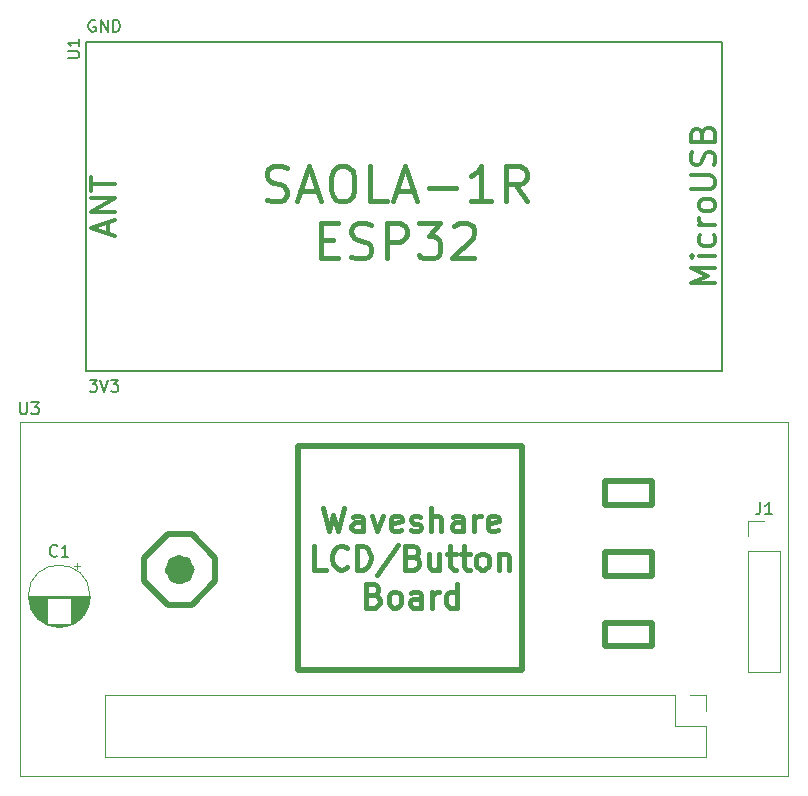
<source format=gbr>
%TF.GenerationSoftware,KiCad,Pcbnew,6.0.8-f2edbf62ab~116~ubuntu20.04.1*%
%TF.CreationDate,2022-10-24T22:15:29-06:00*%
%TF.ProjectId,seedsigner-esp32-dev-board,73656564-7369-4676-9e65-722d65737033,rev?*%
%TF.SameCoordinates,Original*%
%TF.FileFunction,Legend,Top*%
%TF.FilePolarity,Positive*%
%FSLAX46Y46*%
G04 Gerber Fmt 4.6, Leading zero omitted, Abs format (unit mm)*
G04 Created by KiCad (PCBNEW 6.0.8-f2edbf62ab~116~ubuntu20.04.1) date 2022-10-24 22:15:29*
%MOMM*%
%LPD*%
G01*
G04 APERTURE LIST*
%ADD10C,0.300000*%
%ADD11C,0.400000*%
%ADD12C,0.150000*%
%ADD13C,1.250000*%
%ADD14C,0.500000*%
%ADD15C,0.120000*%
%ADD16C,0.127000*%
G04 APERTURE END LIST*
D10*
X10493333Y48514285D02*
X10493333Y49466666D01*
X11064761Y48323809D02*
X9064761Y48990476D01*
X11064761Y49657142D01*
X11064761Y50323809D02*
X9064761Y50323809D01*
X11064761Y51466666D01*
X9064761Y51466666D01*
X9064761Y52133333D02*
X9064761Y53276190D01*
X11064761Y52704761D02*
X9064761Y52704761D01*
X61864761Y44276190D02*
X59864761Y44276190D01*
X61293333Y44942857D01*
X59864761Y45609523D01*
X61864761Y45609523D01*
X61864761Y46561904D02*
X60531428Y46561904D01*
X59864761Y46561904D02*
X59960000Y46466666D01*
X60055238Y46561904D01*
X59960000Y46657142D01*
X59864761Y46561904D01*
X60055238Y46561904D01*
X61769523Y48371428D02*
X61864761Y48180952D01*
X61864761Y47800000D01*
X61769523Y47609523D01*
X61674285Y47514285D01*
X61483809Y47419047D01*
X60912380Y47419047D01*
X60721904Y47514285D01*
X60626666Y47609523D01*
X60531428Y47800000D01*
X60531428Y48180952D01*
X60626666Y48371428D01*
X61864761Y49228571D02*
X60531428Y49228571D01*
X60912380Y49228571D02*
X60721904Y49323809D01*
X60626666Y49419047D01*
X60531428Y49609523D01*
X60531428Y49800000D01*
X61864761Y50752380D02*
X61769523Y50561904D01*
X61674285Y50466666D01*
X61483809Y50371428D01*
X60912380Y50371428D01*
X60721904Y50466666D01*
X60626666Y50561904D01*
X60531428Y50752380D01*
X60531428Y51038095D01*
X60626666Y51228571D01*
X60721904Y51323809D01*
X60912380Y51419047D01*
X61483809Y51419047D01*
X61674285Y51323809D01*
X61769523Y51228571D01*
X61864761Y51038095D01*
X61864761Y50752380D01*
X59864761Y52276190D02*
X61483809Y52276190D01*
X61674285Y52371428D01*
X61769523Y52466666D01*
X61864761Y52657142D01*
X61864761Y53038095D01*
X61769523Y53228571D01*
X61674285Y53323809D01*
X61483809Y53419047D01*
X59864761Y53419047D01*
X61769523Y54276190D02*
X61864761Y54561904D01*
X61864761Y55038095D01*
X61769523Y55228571D01*
X61674285Y55323809D01*
X61483809Y55419047D01*
X61293333Y55419047D01*
X61102857Y55323809D01*
X61007619Y55228571D01*
X60912380Y55038095D01*
X60817142Y54657142D01*
X60721904Y54466666D01*
X60626666Y54371428D01*
X60436190Y54276190D01*
X60245714Y54276190D01*
X60055238Y54371428D01*
X59960000Y54466666D01*
X59864761Y54657142D01*
X59864761Y55133333D01*
X59960000Y55419047D01*
X60817142Y56942857D02*
X60912380Y57228571D01*
X61007619Y57323809D01*
X61198095Y57419047D01*
X61483809Y57419047D01*
X61674285Y57323809D01*
X61769523Y57228571D01*
X61864761Y57038095D01*
X61864761Y56276190D01*
X59864761Y56276190D01*
X59864761Y56942857D01*
X59960000Y57133333D01*
X60055238Y57228571D01*
X60245714Y57323809D01*
X60436190Y57323809D01*
X60626666Y57228571D01*
X60721904Y57133333D01*
X60817142Y56942857D01*
X60817142Y56276190D01*
D11*
X23925000Y51365714D02*
X24353571Y51222857D01*
X25067857Y51222857D01*
X25353571Y51365714D01*
X25496428Y51508571D01*
X25639285Y51794285D01*
X25639285Y52080000D01*
X25496428Y52365714D01*
X25353571Y52508571D01*
X25067857Y52651428D01*
X24496428Y52794285D01*
X24210714Y52937142D01*
X24067857Y53080000D01*
X23925000Y53365714D01*
X23925000Y53651428D01*
X24067857Y53937142D01*
X24210714Y54080000D01*
X24496428Y54222857D01*
X25210714Y54222857D01*
X25639285Y54080000D01*
X26782142Y52080000D02*
X28210714Y52080000D01*
X26496428Y51222857D02*
X27496428Y54222857D01*
X28496428Y51222857D01*
X30067857Y54222857D02*
X30639285Y54222857D01*
X30925000Y54080000D01*
X31210714Y53794285D01*
X31353571Y53222857D01*
X31353571Y52222857D01*
X31210714Y51651428D01*
X30925000Y51365714D01*
X30639285Y51222857D01*
X30067857Y51222857D01*
X29782142Y51365714D01*
X29496428Y51651428D01*
X29353571Y52222857D01*
X29353571Y53222857D01*
X29496428Y53794285D01*
X29782142Y54080000D01*
X30067857Y54222857D01*
X34067857Y51222857D02*
X32639285Y51222857D01*
X32639285Y54222857D01*
X34925000Y52080000D02*
X36353571Y52080000D01*
X34639285Y51222857D02*
X35639285Y54222857D01*
X36639285Y51222857D01*
X37639285Y52365714D02*
X39925000Y52365714D01*
X42925000Y51222857D02*
X41210714Y51222857D01*
X42067857Y51222857D02*
X42067857Y54222857D01*
X41782142Y53794285D01*
X41496428Y53508571D01*
X41210714Y53365714D01*
X45925000Y51222857D02*
X44925000Y52651428D01*
X44210714Y51222857D02*
X44210714Y54222857D01*
X45353571Y54222857D01*
X45639285Y54080000D01*
X45782142Y53937142D01*
X45925000Y53651428D01*
X45925000Y53222857D01*
X45782142Y52937142D01*
X45639285Y52794285D01*
X45353571Y52651428D01*
X44210714Y52651428D01*
X28496428Y47964285D02*
X29496428Y47964285D01*
X29925000Y46392857D02*
X28496428Y46392857D01*
X28496428Y49392857D01*
X29925000Y49392857D01*
X31067857Y46535714D02*
X31496428Y46392857D01*
X32210714Y46392857D01*
X32496428Y46535714D01*
X32639285Y46678571D01*
X32782142Y46964285D01*
X32782142Y47250000D01*
X32639285Y47535714D01*
X32496428Y47678571D01*
X32210714Y47821428D01*
X31639285Y47964285D01*
X31353571Y48107142D01*
X31210714Y48250000D01*
X31067857Y48535714D01*
X31067857Y48821428D01*
X31210714Y49107142D01*
X31353571Y49250000D01*
X31639285Y49392857D01*
X32353571Y49392857D01*
X32782142Y49250000D01*
X34067857Y46392857D02*
X34067857Y49392857D01*
X35210714Y49392857D01*
X35496428Y49250000D01*
X35639285Y49107142D01*
X35782142Y48821428D01*
X35782142Y48392857D01*
X35639285Y48107142D01*
X35496428Y47964285D01*
X35210714Y47821428D01*
X34067857Y47821428D01*
X36782142Y49392857D02*
X38639285Y49392857D01*
X37639285Y48250000D01*
X38067857Y48250000D01*
X38353571Y48107142D01*
X38496428Y47964285D01*
X38639285Y47678571D01*
X38639285Y46964285D01*
X38496428Y46678571D01*
X38353571Y46535714D01*
X38067857Y46392857D01*
X37210714Y46392857D01*
X36925000Y46535714D01*
X36782142Y46678571D01*
X39782142Y49107142D02*
X39925000Y49250000D01*
X40210714Y49392857D01*
X40925000Y49392857D01*
X41210714Y49250000D01*
X41353571Y49107142D01*
X41496428Y48821428D01*
X41496428Y48535714D01*
X41353571Y48107142D01*
X39639285Y46392857D01*
X41496428Y46392857D01*
X28718809Y25270238D02*
X29195000Y23270238D01*
X29575952Y24698809D01*
X29956904Y23270238D01*
X30433095Y25270238D01*
X32052142Y23270238D02*
X32052142Y24317857D01*
X31956904Y24508333D01*
X31766428Y24603571D01*
X31385476Y24603571D01*
X31195000Y24508333D01*
X32052142Y23365476D02*
X31861666Y23270238D01*
X31385476Y23270238D01*
X31195000Y23365476D01*
X31099761Y23555952D01*
X31099761Y23746428D01*
X31195000Y23936904D01*
X31385476Y24032142D01*
X31861666Y24032142D01*
X32052142Y24127380D01*
X32814047Y24603571D02*
X33290238Y23270238D01*
X33766428Y24603571D01*
X35290238Y23365476D02*
X35099761Y23270238D01*
X34718809Y23270238D01*
X34528333Y23365476D01*
X34433095Y23555952D01*
X34433095Y24317857D01*
X34528333Y24508333D01*
X34718809Y24603571D01*
X35099761Y24603571D01*
X35290238Y24508333D01*
X35385476Y24317857D01*
X35385476Y24127380D01*
X34433095Y23936904D01*
X36147380Y23365476D02*
X36337857Y23270238D01*
X36718809Y23270238D01*
X36909285Y23365476D01*
X37004523Y23555952D01*
X37004523Y23651190D01*
X36909285Y23841666D01*
X36718809Y23936904D01*
X36433095Y23936904D01*
X36242619Y24032142D01*
X36147380Y24222619D01*
X36147380Y24317857D01*
X36242619Y24508333D01*
X36433095Y24603571D01*
X36718809Y24603571D01*
X36909285Y24508333D01*
X37861666Y23270238D02*
X37861666Y25270238D01*
X38718809Y23270238D02*
X38718809Y24317857D01*
X38623571Y24508333D01*
X38433095Y24603571D01*
X38147380Y24603571D01*
X37956904Y24508333D01*
X37861666Y24413095D01*
X40528333Y23270238D02*
X40528333Y24317857D01*
X40433095Y24508333D01*
X40242619Y24603571D01*
X39861666Y24603571D01*
X39671190Y24508333D01*
X40528333Y23365476D02*
X40337857Y23270238D01*
X39861666Y23270238D01*
X39671190Y23365476D01*
X39575952Y23555952D01*
X39575952Y23746428D01*
X39671190Y23936904D01*
X39861666Y24032142D01*
X40337857Y24032142D01*
X40528333Y24127380D01*
X41480714Y23270238D02*
X41480714Y24603571D01*
X41480714Y24222619D02*
X41575952Y24413095D01*
X41671190Y24508333D01*
X41861666Y24603571D01*
X42052142Y24603571D01*
X43480714Y23365476D02*
X43290238Y23270238D01*
X42909285Y23270238D01*
X42718809Y23365476D01*
X42623571Y23555952D01*
X42623571Y24317857D01*
X42718809Y24508333D01*
X42909285Y24603571D01*
X43290238Y24603571D01*
X43480714Y24508333D01*
X43575952Y24317857D01*
X43575952Y24127380D01*
X42623571Y23936904D01*
X28909285Y20050238D02*
X27956904Y20050238D01*
X27956904Y22050238D01*
X30718809Y20240714D02*
X30623571Y20145476D01*
X30337857Y20050238D01*
X30147380Y20050238D01*
X29861666Y20145476D01*
X29671190Y20335952D01*
X29575952Y20526428D01*
X29480714Y20907380D01*
X29480714Y21193095D01*
X29575952Y21574047D01*
X29671190Y21764523D01*
X29861666Y21955000D01*
X30147380Y22050238D01*
X30337857Y22050238D01*
X30623571Y21955000D01*
X30718809Y21859761D01*
X31575952Y20050238D02*
X31575952Y22050238D01*
X32052142Y22050238D01*
X32337857Y21955000D01*
X32528333Y21764523D01*
X32623571Y21574047D01*
X32718809Y21193095D01*
X32718809Y20907380D01*
X32623571Y20526428D01*
X32528333Y20335952D01*
X32337857Y20145476D01*
X32052142Y20050238D01*
X31575952Y20050238D01*
X35004523Y22145476D02*
X33290238Y19574047D01*
X36337857Y21097857D02*
X36623571Y21002619D01*
X36718809Y20907380D01*
X36814047Y20716904D01*
X36814047Y20431190D01*
X36718809Y20240714D01*
X36623571Y20145476D01*
X36433095Y20050238D01*
X35671190Y20050238D01*
X35671190Y22050238D01*
X36337857Y22050238D01*
X36528333Y21955000D01*
X36623571Y21859761D01*
X36718809Y21669285D01*
X36718809Y21478809D01*
X36623571Y21288333D01*
X36528333Y21193095D01*
X36337857Y21097857D01*
X35671190Y21097857D01*
X38528333Y21383571D02*
X38528333Y20050238D01*
X37671190Y21383571D02*
X37671190Y20335952D01*
X37766428Y20145476D01*
X37956904Y20050238D01*
X38242619Y20050238D01*
X38433095Y20145476D01*
X38528333Y20240714D01*
X39195000Y21383571D02*
X39956904Y21383571D01*
X39480714Y22050238D02*
X39480714Y20335952D01*
X39575952Y20145476D01*
X39766428Y20050238D01*
X39956904Y20050238D01*
X40337857Y21383571D02*
X41099761Y21383571D01*
X40623571Y22050238D02*
X40623571Y20335952D01*
X40718809Y20145476D01*
X40909285Y20050238D01*
X41099761Y20050238D01*
X42052142Y20050238D02*
X41861666Y20145476D01*
X41766428Y20240714D01*
X41671190Y20431190D01*
X41671190Y21002619D01*
X41766428Y21193095D01*
X41861666Y21288333D01*
X42052142Y21383571D01*
X42337857Y21383571D01*
X42528333Y21288333D01*
X42623571Y21193095D01*
X42718809Y21002619D01*
X42718809Y20431190D01*
X42623571Y20240714D01*
X42528333Y20145476D01*
X42337857Y20050238D01*
X42052142Y20050238D01*
X43575952Y21383571D02*
X43575952Y20050238D01*
X43575952Y21193095D02*
X43671190Y21288333D01*
X43861666Y21383571D01*
X44147380Y21383571D01*
X44337857Y21288333D01*
X44433095Y21097857D01*
X44433095Y20050238D01*
X33004523Y17877857D02*
X33290238Y17782619D01*
X33385476Y17687380D01*
X33480714Y17496904D01*
X33480714Y17211190D01*
X33385476Y17020714D01*
X33290238Y16925476D01*
X33099761Y16830238D01*
X32337857Y16830238D01*
X32337857Y18830238D01*
X33004523Y18830238D01*
X33195000Y18735000D01*
X33290238Y18639761D01*
X33385476Y18449285D01*
X33385476Y18258809D01*
X33290238Y18068333D01*
X33195000Y17973095D01*
X33004523Y17877857D01*
X32337857Y17877857D01*
X34623571Y16830238D02*
X34433095Y16925476D01*
X34337857Y17020714D01*
X34242619Y17211190D01*
X34242619Y17782619D01*
X34337857Y17973095D01*
X34433095Y18068333D01*
X34623571Y18163571D01*
X34909285Y18163571D01*
X35099761Y18068333D01*
X35195000Y17973095D01*
X35290238Y17782619D01*
X35290238Y17211190D01*
X35195000Y17020714D01*
X35099761Y16925476D01*
X34909285Y16830238D01*
X34623571Y16830238D01*
X37004523Y16830238D02*
X37004523Y17877857D01*
X36909285Y18068333D01*
X36718809Y18163571D01*
X36337857Y18163571D01*
X36147380Y18068333D01*
X37004523Y16925476D02*
X36814047Y16830238D01*
X36337857Y16830238D01*
X36147380Y16925476D01*
X36052142Y17115952D01*
X36052142Y17306428D01*
X36147380Y17496904D01*
X36337857Y17592142D01*
X36814047Y17592142D01*
X37004523Y17687380D01*
X37956904Y16830238D02*
X37956904Y18163571D01*
X37956904Y17782619D02*
X38052142Y17973095D01*
X38147380Y18068333D01*
X38337857Y18163571D01*
X38528333Y18163571D01*
X40052142Y16830238D02*
X40052142Y18830238D01*
X40052142Y16925476D02*
X39861666Y16830238D01*
X39480714Y16830238D01*
X39290238Y16925476D01*
X39195000Y17020714D01*
X39099761Y17211190D01*
X39099761Y17782619D01*
X39195000Y17973095D01*
X39290238Y18068333D01*
X39480714Y18163571D01*
X39861666Y18163571D01*
X40052142Y18068333D01*
D12*
%TO.C,U3*%
X3048095Y34202619D02*
X3048095Y33393095D01*
X3095714Y33297857D01*
X3143333Y33250238D01*
X3238571Y33202619D01*
X3429047Y33202619D01*
X3524285Y33250238D01*
X3571904Y33297857D01*
X3619523Y33393095D01*
X3619523Y34202619D01*
X4000476Y34202619D02*
X4619523Y34202619D01*
X4286190Y33821666D01*
X4429047Y33821666D01*
X4524285Y33774047D01*
X4571904Y33726428D01*
X4619523Y33631190D01*
X4619523Y33393095D01*
X4571904Y33297857D01*
X4524285Y33250238D01*
X4429047Y33202619D01*
X4143333Y33202619D01*
X4048095Y33250238D01*
X4000476Y33297857D01*
%TO.C,C1*%
X6183333Y21232857D02*
X6135714Y21185238D01*
X5992857Y21137619D01*
X5897619Y21137619D01*
X5754761Y21185238D01*
X5659523Y21280476D01*
X5611904Y21375714D01*
X5564285Y21566190D01*
X5564285Y21709047D01*
X5611904Y21899523D01*
X5659523Y21994761D01*
X5754761Y22090000D01*
X5897619Y22137619D01*
X5992857Y22137619D01*
X6135714Y22090000D01*
X6183333Y22042380D01*
X7135714Y21137619D02*
X6564285Y21137619D01*
X6850000Y21137619D02*
X6850000Y22137619D01*
X6754761Y21994761D01*
X6659523Y21899523D01*
X6564285Y21851904D01*
%TO.C,J1*%
X65706666Y25737619D02*
X65706666Y25023333D01*
X65659047Y24880476D01*
X65563809Y24785238D01*
X65420952Y24737619D01*
X65325714Y24737619D01*
X66706666Y24737619D02*
X66135238Y24737619D01*
X66420952Y24737619D02*
X66420952Y25737619D01*
X66325714Y25594761D01*
X66230476Y25499523D01*
X66135238Y25451904D01*
%TO.C,U1*%
X7072380Y63373095D02*
X7881904Y63373095D01*
X7977142Y63420714D01*
X8024761Y63468333D01*
X8072380Y63563571D01*
X8072380Y63754047D01*
X8024761Y63849285D01*
X7977142Y63896904D01*
X7881904Y63944523D01*
X7072380Y63944523D01*
X8072380Y64944523D02*
X8072380Y64373095D01*
X8072380Y64658809D02*
X7072380Y64658809D01*
X7215238Y64563571D01*
X7310476Y64468333D01*
X7358095Y64373095D01*
X9398095Y66540000D02*
X9302857Y66587619D01*
X9160000Y66587619D01*
X9017142Y66540000D01*
X8921904Y66444761D01*
X8874285Y66349523D01*
X8826666Y66159047D01*
X8826666Y66016190D01*
X8874285Y65825714D01*
X8921904Y65730476D01*
X9017142Y65635238D01*
X9160000Y65587619D01*
X9255238Y65587619D01*
X9398095Y65635238D01*
X9445714Y65682857D01*
X9445714Y66016190D01*
X9255238Y66016190D01*
X9874285Y65587619D02*
X9874285Y66587619D01*
X10445714Y65587619D01*
X10445714Y66587619D01*
X10921904Y65587619D02*
X10921904Y66587619D01*
X11160000Y66587619D01*
X11302857Y66540000D01*
X11398095Y66444761D01*
X11445714Y66349523D01*
X11493333Y66159047D01*
X11493333Y66016190D01*
X11445714Y65825714D01*
X11398095Y65730476D01*
X11302857Y65635238D01*
X11160000Y65587619D01*
X10921904Y65587619D01*
X8921904Y36107619D02*
X9540952Y36107619D01*
X9207619Y35726666D01*
X9350476Y35726666D01*
X9445714Y35679047D01*
X9493333Y35631428D01*
X9540952Y35536190D01*
X9540952Y35298095D01*
X9493333Y35202857D01*
X9445714Y35155238D01*
X9350476Y35107619D01*
X9064761Y35107619D01*
X8969523Y35155238D01*
X8921904Y35202857D01*
X9826666Y36107619D02*
X10160000Y35107619D01*
X10493333Y36107619D01*
X10731428Y36107619D02*
X11350476Y36107619D01*
X11017142Y35726666D01*
X11160000Y35726666D01*
X11255238Y35679047D01*
X11302857Y35631428D01*
X11350476Y35536190D01*
X11350476Y35298095D01*
X11302857Y35202857D01*
X11255238Y35155238D01*
X11160000Y35107619D01*
X10874285Y35107619D01*
X10779047Y35155238D01*
X10731428Y35202857D01*
%TO.C,U3*%
D13*
X17185000Y20040000D02*
G75*
G03*
X17185000Y20040000I-625000J0D01*
G01*
D14*
X56560000Y25540000D02*
X56560000Y27540000D01*
D15*
X58530000Y9410000D02*
X58530000Y6810000D01*
D14*
X45560000Y11540000D02*
X45560000Y30540000D01*
X56560000Y27540000D02*
X52560000Y27540000D01*
D15*
X68060000Y32540000D02*
X3060000Y32540000D01*
X59800000Y9410000D02*
X61130000Y9410000D01*
X58530000Y6810000D02*
X61130000Y6810000D01*
D14*
X56560000Y21540000D02*
X52560000Y21540000D01*
X13560000Y19040000D02*
X15560000Y17040000D01*
X52560000Y27540000D02*
X52560000Y25540000D01*
X15560000Y23040000D02*
X13560000Y21040000D01*
X52560000Y21540000D02*
X52560000Y19540000D01*
X56560000Y13540000D02*
X56560000Y15540000D01*
X17560000Y17040000D02*
X19560000Y19040000D01*
D15*
X10210000Y9410000D02*
X10210000Y4210000D01*
D14*
X26560000Y30540000D02*
X26560000Y11540000D01*
D15*
X3060000Y32540000D02*
X3060000Y2540000D01*
D14*
X52560000Y15540000D02*
X52560000Y13540000D01*
X15560000Y17040000D02*
X17560000Y17040000D01*
X52560000Y19540000D02*
X56560000Y19540000D01*
X56560000Y15540000D02*
X52560000Y15540000D01*
D15*
X68060000Y2540000D02*
X68060000Y32540000D01*
D14*
X56560000Y19540000D02*
X56560000Y21540000D01*
X17560000Y23040000D02*
X15560000Y23040000D01*
X45560000Y30540000D02*
X26560000Y30540000D01*
D15*
X61130000Y4210000D02*
X10210000Y4210000D01*
D14*
X19560000Y19040000D02*
X19560000Y21040000D01*
X26560000Y11540000D02*
X45560000Y11540000D01*
X52560000Y13540000D02*
X56560000Y13540000D01*
D15*
X61130000Y6810000D02*
X61130000Y4210000D01*
X61130000Y9410000D02*
X61130000Y8080000D01*
D14*
X19560000Y21040000D02*
X17560000Y23040000D01*
D15*
X58530000Y9410000D02*
X10210000Y9410000D01*
X3060000Y2540000D02*
X68060000Y2540000D01*
D14*
X52560000Y25540000D02*
X56560000Y25540000D01*
X13560000Y21040000D02*
X13560000Y19040000D01*
D15*
%TO.C,C1*%
X8715000Y16759000D02*
X7390000Y16759000D01*
X5310000Y16359000D02*
X4201000Y16359000D01*
X7027000Y15279000D02*
X5673000Y15279000D01*
X7825000Y20604775D02*
X7825000Y20104775D01*
X8093000Y15879000D02*
X7390000Y15879000D01*
X5310000Y17400000D02*
X3800000Y17400000D01*
X5310000Y16079000D02*
X4413000Y16079000D01*
X8321000Y16119000D02*
X7390000Y16119000D01*
X7528000Y15479000D02*
X5172000Y15479000D01*
X8698000Y16719000D02*
X7390000Y16719000D01*
X5310000Y17079000D02*
X3870000Y17079000D01*
X7361000Y15399000D02*
X5339000Y15399000D01*
X8830000Y17079000D02*
X7390000Y17079000D01*
X5310000Y16719000D02*
X4002000Y16719000D01*
X5310000Y16959000D02*
X3908000Y16959000D01*
X8929000Y17720000D02*
X3771000Y17720000D01*
X5310000Y16479000D02*
X4126000Y16479000D01*
X7904000Y15719000D02*
X7390000Y15719000D01*
X8792000Y16959000D02*
X7390000Y16959000D01*
X5310000Y17039000D02*
X3882000Y17039000D01*
X5310000Y16119000D02*
X4379000Y16119000D01*
X8214000Y15999000D02*
X7390000Y15999000D01*
X7955000Y15759000D02*
X7390000Y15759000D01*
X8445000Y16279000D02*
X7390000Y16279000D01*
X5310000Y15759000D02*
X4745000Y15759000D01*
X7793000Y15639000D02*
X7390000Y15639000D01*
X5310000Y17480000D02*
X3789000Y17480000D01*
X8003000Y15799000D02*
X7390000Y15799000D01*
X8075000Y20354775D02*
X7575000Y20354775D01*
X8861000Y17200000D02*
X7390000Y17200000D01*
X5310000Y16159000D02*
X4346000Y16159000D01*
X5310000Y15679000D02*
X4850000Y15679000D01*
X5310000Y16399000D02*
X4175000Y16399000D01*
X8906000Y17440000D02*
X7390000Y17440000D01*
X8778000Y16919000D02*
X7390000Y16919000D01*
X8732000Y16799000D02*
X7390000Y16799000D01*
X8660000Y16639000D02*
X7390000Y16639000D01*
X8915000Y17520000D02*
X7390000Y17520000D01*
X8911000Y17480000D02*
X7390000Y17480000D01*
X6868000Y15239000D02*
X5832000Y15239000D01*
X5310000Y15519000D02*
X5099000Y15519000D01*
X5310000Y16799000D02*
X3968000Y16799000D01*
X5310000Y16759000D02*
X3985000Y16759000D01*
X8878000Y17280000D02*
X7390000Y17280000D01*
X5310000Y16439000D02*
X4150000Y16439000D01*
X5310000Y16879000D02*
X3936000Y16879000D01*
X8415000Y16239000D02*
X7390000Y16239000D01*
X8251000Y16039000D02*
X7390000Y16039000D01*
X5310000Y17560000D02*
X3781000Y17560000D01*
X5310000Y16679000D02*
X4021000Y16679000D01*
X5310000Y16919000D02*
X3922000Y16919000D01*
X5310000Y16039000D02*
X4449000Y16039000D01*
X5310000Y17120000D02*
X3859000Y17120000D01*
X5310000Y16559000D02*
X4082000Y16559000D01*
X8618000Y16559000D02*
X7390000Y16559000D01*
X5310000Y17360000D02*
X3807000Y17360000D01*
X8354000Y16159000D02*
X7390000Y16159000D01*
X8472000Y16319000D02*
X7390000Y16319000D01*
X5310000Y16519000D02*
X4103000Y16519000D01*
X8385000Y16199000D02*
X7390000Y16199000D01*
X5310000Y16639000D02*
X4040000Y16639000D01*
X5310000Y16319000D02*
X4228000Y16319000D01*
X8818000Y17039000D02*
X7390000Y17039000D01*
X5310000Y15599000D02*
X4967000Y15599000D01*
X7850000Y15679000D02*
X7390000Y15679000D01*
X8900000Y17400000D02*
X7390000Y17400000D01*
X8919000Y17560000D02*
X7390000Y17560000D01*
X8928000Y17680000D02*
X3772000Y17680000D01*
X8886000Y17320000D02*
X7390000Y17320000D01*
X8764000Y16879000D02*
X7390000Y16879000D01*
X5310000Y15919000D02*
X4565000Y15919000D01*
X8923000Y17600000D02*
X3777000Y17600000D01*
X8640000Y16599000D02*
X7390000Y16599000D01*
X5310000Y17240000D02*
X3830000Y17240000D01*
X8049000Y15839000D02*
X7390000Y15839000D01*
X5310000Y15639000D02*
X4907000Y15639000D01*
X5310000Y16199000D02*
X4315000Y16199000D01*
X5310000Y16839000D02*
X3952000Y16839000D01*
X8176000Y15959000D02*
X7390000Y15959000D01*
X7265000Y15359000D02*
X5435000Y15359000D01*
X8893000Y17360000D02*
X7390000Y17360000D01*
X5310000Y17160000D02*
X3849000Y17160000D01*
X7669000Y15559000D02*
X7390000Y15559000D01*
X8748000Y16839000D02*
X7390000Y16839000D01*
X8851000Y17160000D02*
X7390000Y17160000D01*
X5310000Y17200000D02*
X3839000Y17200000D01*
X8287000Y16079000D02*
X7390000Y16079000D01*
X8841000Y17120000D02*
X7390000Y17120000D01*
X8870000Y17240000D02*
X7390000Y17240000D01*
X8135000Y15919000D02*
X7390000Y15919000D01*
X5310000Y17520000D02*
X3785000Y17520000D01*
X7601000Y15519000D02*
X7390000Y15519000D01*
X8679000Y16679000D02*
X7390000Y16679000D01*
X7448000Y15439000D02*
X5252000Y15439000D01*
X8597000Y16519000D02*
X7390000Y16519000D01*
X5310000Y15799000D02*
X4697000Y15799000D01*
X7733000Y15599000D02*
X7390000Y15599000D01*
X5310000Y16239000D02*
X4285000Y16239000D01*
X7155000Y15319000D02*
X5545000Y15319000D01*
X5310000Y15999000D02*
X4486000Y15999000D01*
X5310000Y15719000D02*
X4796000Y15719000D01*
X6634000Y15199000D02*
X6066000Y15199000D01*
X8525000Y16399000D02*
X7390000Y16399000D01*
X5310000Y17320000D02*
X3814000Y17320000D01*
X5310000Y16999000D02*
X3895000Y16999000D01*
X5310000Y16279000D02*
X4255000Y16279000D01*
X5310000Y15879000D02*
X4607000Y15879000D01*
X5310000Y15559000D02*
X5031000Y15559000D01*
X5310000Y17280000D02*
X3822000Y17280000D01*
X5310000Y17440000D02*
X3794000Y17440000D01*
X5310000Y15959000D02*
X4524000Y15959000D01*
X8926000Y17640000D02*
X3774000Y17640000D01*
X8499000Y16359000D02*
X7390000Y16359000D01*
X8805000Y16999000D02*
X7390000Y16999000D01*
X5310000Y15839000D02*
X4651000Y15839000D01*
X8550000Y16439000D02*
X7390000Y16439000D01*
X8574000Y16479000D02*
X7390000Y16479000D01*
X5310000Y16599000D02*
X4060000Y16599000D01*
X8930000Y17760000D02*
X3770000Y17760000D01*
X8930000Y17800000D02*
X3770000Y17800000D01*
X8970000Y17800000D02*
G75*
G03*
X8970000Y17800000I-2620000J0D01*
G01*
%TO.C,J1*%
X67370000Y21590000D02*
X67370000Y11370000D01*
X64710000Y11370000D02*
X67370000Y11370000D01*
X64710000Y21590000D02*
X64710000Y11370000D01*
X64710000Y22860000D02*
X64710000Y24190000D01*
X64710000Y21590000D02*
X67370000Y21590000D01*
X64710000Y24190000D02*
X66040000Y24190000D01*
D16*
%TO.C,U1*%
X62510000Y64750000D02*
X62510000Y36850000D01*
X8610000Y36850000D02*
X8610000Y64750000D01*
X62510000Y36850000D02*
X8610000Y36850000D01*
X8610000Y64750000D02*
X62510000Y64750000D01*
%TD*%
M02*

</source>
